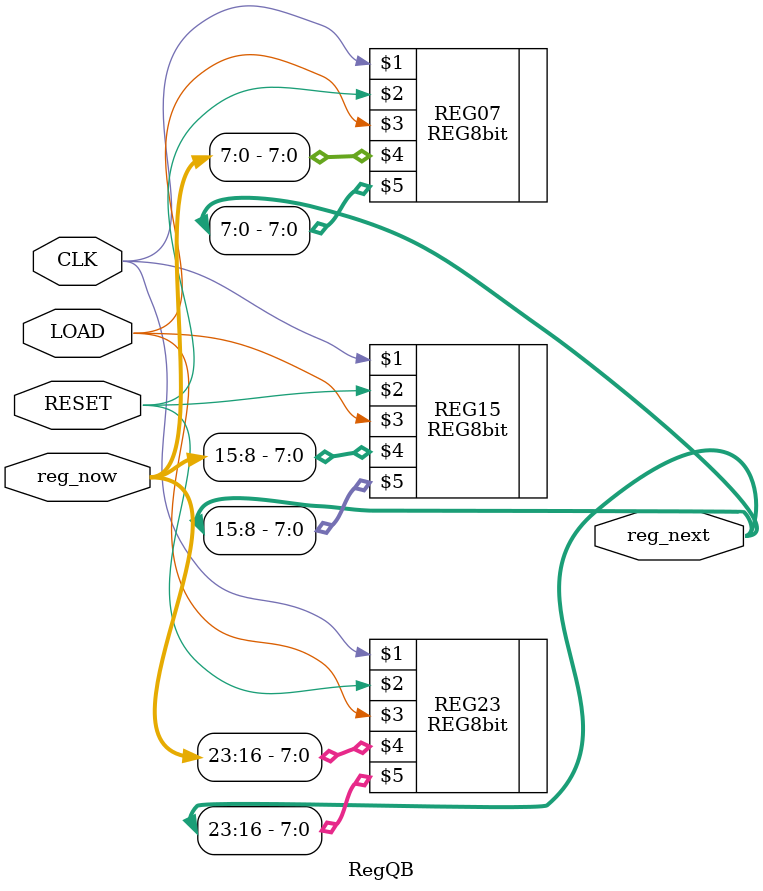
<source format=v>
module RegQB(CLK, RESET, LOAD, reg_now, reg_next);
input CLK, RESET, LOAD;
input [23:0] reg_now;
output [23:0] reg_next;

REG8bit REG07 (CLK, RESET, LOAD, reg_now[7:0], reg_next[7:0]);
REG8bit REG15 (CLK, RESET, LOAD, reg_now[15:8], reg_next[15:8]);
REG8bit REG23 (CLK, RESET, LOAD, reg_now[23:16], reg_next[23:16]);
endmodule

</source>
